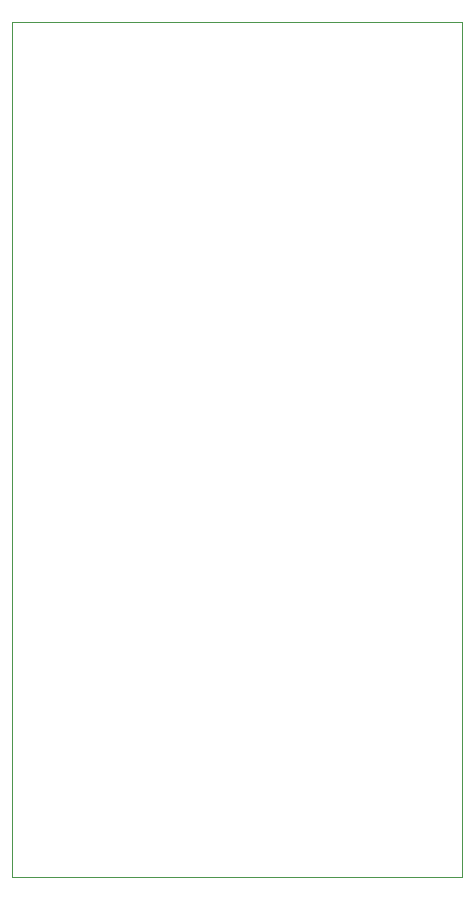
<source format=gm1>
G04 #@! TF.GenerationSoftware,KiCad,Pcbnew,(5.1.2)-2*
G04 #@! TF.CreationDate,2019-07-28T18:44:43-04:00*
G04 #@! TF.ProjectId,LED-Music,4c45442d-4d75-4736-9963-2e6b69636164,rev?*
G04 #@! TF.SameCoordinates,Original*
G04 #@! TF.FileFunction,Profile,NP*
%FSLAX46Y46*%
G04 Gerber Fmt 4.6, Leading zero omitted, Abs format (unit mm)*
G04 Created by KiCad (PCBNEW (5.1.2)-2) date 2019-07-28 18:44:43*
%MOMM*%
%LPD*%
G04 APERTURE LIST*
%ADD10C,0.100000*%
G04 APERTURE END LIST*
D10*
X123952000Y-54610000D02*
X162052000Y-54610000D01*
X123952000Y-127000000D02*
X123952000Y-54610000D01*
X162052000Y-127000000D02*
X123952000Y-127000000D01*
X162052000Y-54610000D02*
X162052000Y-127000000D01*
M02*

</source>
